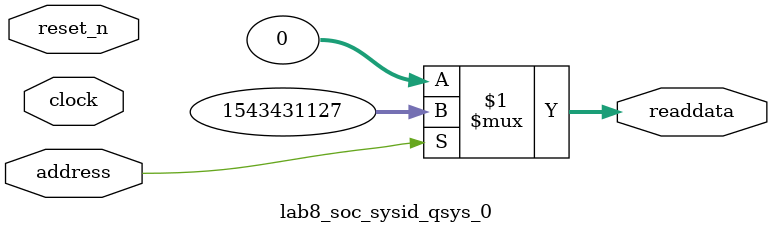
<source format=v>



// synthesis translate_off
`timescale 1ns / 1ps
// synthesis translate_on

// turn off superfluous verilog processor warnings 
// altera message_level Level1 
// altera message_off 10034 10035 10036 10037 10230 10240 10030 

module lab8_soc_sysid_qsys_0 (
               // inputs:
                address,
                clock,
                reset_n,

               // outputs:
                readdata
             )
;

  output  [ 31: 0] readdata;
  input            address;
  input            clock;
  input            reset_n;

  wire    [ 31: 0] readdata;
  //control_slave, which is an e_avalon_slave
  assign readdata = address ? 1543431127 : 0;

endmodule



</source>
